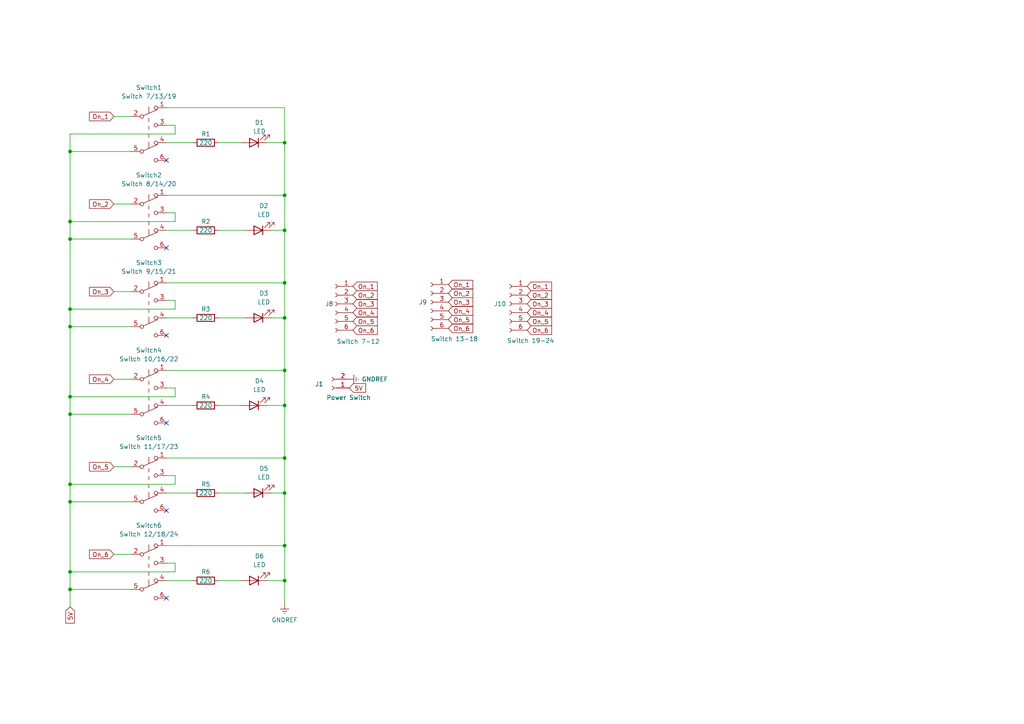
<source format=kicad_sch>
(kicad_sch (version 20230121) (generator eeschema)
  (paper "A4")
  (lib_symbols
    (symbol "Connector:Conn_01x02_Socket" (pin_names (offset 1.016) hide)
      (property "Reference" "J" (at 0 2.54 0))
      (property "Value" "Conn_01x02_Socket" (at 0 -5.08 0))
      (symbol "Conn_01x02_Socket_1_1"
        (arc (start 0 -2.032) (mid -0.5058 -2.54) (end 0 -3.048) (stroke (width 0.1524)))
        (polyline (pts (xy -1.27 -2.54) (xy -0.508 -2.54)) (stroke (width 0.1524)))
        (polyline (pts (xy -1.27 0) (xy -0.508 0)) (stroke (width 0.1524)))
        (arc (start 0 0.508) (mid -0.5058 0) (end 0 -0.508) (stroke (width 0.1524)))
        (pin passive line (at -5.08 0 0) (length 3.81) (name "Pin_1") (number "1"))
        (pin passive line (at -5.08 -2.54 0) (length 3.81) (name "Pin_2") (number "2"))
      )
    )
    (symbol "Connector:Conn_01x06_Socket" (pin_names (offset 1.016) hide)
      (property "Reference" "J" (at 0 7.62 0))
      (property "Value" "Conn_01x06_Socket" (at 0 -10.16 0))
      (symbol "Conn_01x06_Socket_1_1"
        (arc (start 0 -7.112) (mid -0.5058 -7.62) (end 0 -8.128) (stroke (width 0.1524)))
        (arc (start 0 -4.572) (mid -0.5058 -5.08) (end 0 -5.588) (stroke (width 0.1524)))
        (arc (start 0 -2.032) (mid -0.5058 -2.54) (end 0 -3.048) (stroke (width 0.1524)))
        (polyline (pts (xy -1.27 -7.62) (xy -0.508 -7.62)) (stroke (width 0.1524)))
        (polyline (pts (xy -1.27 -5.08) (xy -0.508 -5.08)) (stroke (width 0.1524)))
        (polyline (pts (xy -1.27 -2.54) (xy -0.508 -2.54)) (stroke (width 0.1524)))
        (polyline (pts (xy -1.27 0) (xy -0.508 0)) (stroke (width 0.1524)))
        (polyline (pts (xy -1.27 2.54) (xy -0.508 2.54)) (stroke (width 0.1524)))
        (polyline (pts (xy -1.27 5.08) (xy -0.508 5.08)) (stroke (width 0.1524)))
        (arc (start 0 0.508) (mid -0.5058 0) (end 0 -0.508) (stroke (width 0.1524)))
        (arc (start 0 3.048) (mid -0.5058 2.54) (end 0 2.032) (stroke (width 0.1524)))
        (arc (start 0 5.588) (mid -0.5058 5.08) (end 0 4.572) (stroke (width 0.1524)))
        (pin passive line (at -5.08 5.08 0) (length 3.81) (name "Pin_1") (number "1"))
        (pin passive line (at -5.08 2.54 0) (length 3.81) (name "Pin_2") (number "2"))
        (pin passive line (at -5.08 0 0) (length 3.81) (name "Pin_3") (number "3"))
        (pin passive line (at -5.08 -2.54 0) (length 3.81) (name "Pin_4") (number "4"))
        (pin passive line (at -5.08 -5.08 0) (length 3.81) (name "Pin_5") (number "5"))
        (pin passive line (at -5.08 -7.62 0) (length 3.81) (name "Pin_6") (number "6"))
      )
    )
    (symbol "Device:LED" (pin_numbers hide) (pin_names (offset 1.016) hide)
      (property "Reference" "D" (at 0 2.54 0))
      (property "Value" "LED" (at 0 -2.54 0))
      (symbol "LED_0_1"
        (polyline (pts (xy -1.27 -1.27) (xy -1.27 1.27)) (stroke (width 0.254)))
        (polyline (pts (xy -1.27 0) (xy 1.27 0)))
        (polyline (pts (xy 1.27 -1.27) (xy 1.27 1.27) (xy -1.27 0) (xy 1.27 -1.27)) (stroke (width 0.254)))
        (polyline (pts (xy -3.048 -0.762) (xy -4.572 -2.286) (xy -3.81 -2.286) (xy -4.572 -2.286) (xy -4.572 -1.524)))
        (polyline (pts (xy -1.778 -0.762) (xy -3.302 -2.286) (xy -2.54 -2.286) (xy -3.302 -2.286) (xy -3.302 -1.524)))
      )
      (symbol "LED_1_1"
        (pin passive line (at -3.81 0 0) (length 2.54) (name "K") (number "1"))
        (pin passive line (at 3.81 0 180) (length 2.54) (name "A") (number "2"))
      )
    )
    (symbol "Device:R" (pin_numbers hide) (pin_names (offset 0))
      (property "Reference" "R" (at 2.032 0 90))
      (property "Value" "R" (at 0 0 90))
      (symbol "R_0_1"
        (rectangle (start -1.016 -2.54) (end 1.016 2.54) (stroke (width 0.254)))
      )
      (symbol "R_1_1"
        (pin passive line (at 0 3.81 270) (length 1.27) (name "~") (number "1"))
        (pin passive line (at 0 -3.81 90) (length 1.27) (name "~") (number "2"))
      )
    )
    (symbol "Switch:SW_Push_DPDT" (pin_names (offset 0) hide)
      (property "Reference" "SW" (at 0 8.89 0))
      (property "Value" "SW_Push_DPDT" (at 0 -10.16 0))
      (symbol "SW_Push_DPDT_0_0"
        (circle (center -2.032 -5.08) (radius 0.508))
        (circle (center -2.032 5.08) (radius 0.508))
        (circle (center 2.032 -7.62) (radius 0.508))
        (circle (center 2.032 2.54) (radius 0.508))
      )
      (symbol "SW_Push_DPDT_0_1"
        (polyline (pts (xy -1.524 -4.826) (xy 2.54 -3.048)))
        (polyline (pts (xy -1.524 5.334) (xy 2.54 7.112)))
        (polyline (pts (xy 0 -2.286) (xy 0 -4.064)))
        (polyline (pts (xy 0 -1.016) (xy 0 0)))
        (polyline (pts (xy 0 1.27) (xy 0 2.286)))
        (polyline (pts (xy 0 3.556) (xy 0 4.572)))
        (polyline (pts (xy 0 7.874) (xy 0 6.096)))
        (circle (center 2.032 -2.54) (radius 0.508))
        (circle (center 2.032 7.62) (radius 0.508))
      )
      (symbol "SW_Push_DPDT_1_1"
        (pin passive line (at 5.08 7.62 180) (length 2.54) (name "A") (number "1"))
        (pin passive line (at -5.08 5.08 0) (length 2.54) (name "B") (number "2"))
        (pin passive line (at 5.08 2.54 180) (length 2.54) (name "C") (number "3"))
        (pin passive line (at 5.08 -2.54 180) (length 2.54) (name "A") (number "4"))
        (pin passive line (at -5.08 -5.08 0) (length 2.54) (name "B") (number "5"))
        (pin passive line (at 5.08 -7.62 180) (length 2.54) (name "C") (number "6"))
      )
    )
    (symbol "power:GNDREF" (power) (pin_names (offset 0))
      (property "Value" "GNDREF" (at 0 -3.81 0))
      (symbol "GNDREF_0_1"
        (polyline (pts (xy -0.635 -1.905) (xy 0.635 -1.905)))
        (polyline (pts (xy -0.127 -2.54) (xy 0.127 -2.54)))
        (polyline (pts (xy 0 -1.27) (xy 0 0)))
        (polyline (pts (xy 1.27 -1.27) (xy -1.27 -1.27)))
      )
      (symbol "GNDREF_1_1"
        (pin power_in line (at 0 0 270) (length 0) hide (name "GNDREF") (number "1"))
      )
    )
  )
  (junction (at 20.32 120.142))
  (junction (at 20.32 145.542))
  (junction (at 20.32 140.462))
  (junction (at 20.32 94.742))
  (junction (at 82.55 92.202))
  (junction (at 20.32 69.342))
  (junction (at 20.32 165.862))
  (junction (at 82.55 41.402))
  (junction (at 82.55 158.242))
  (junction (at 82.55 82.042))
  (junction (at 20.32 89.662))
  (junction (at 82.55 132.842))
  (junction (at 82.55 143.002))
  (junction (at 82.55 56.642))
  (junction (at 20.32 170.942))
  (junction (at 82.55 107.442))
  (junction (at 20.32 64.262))
  (junction (at 82.55 168.402))
  (junction (at 82.55 117.602))
  (junction (at 82.55 66.802))
  (junction (at 20.32 43.942))
  (junction (at 20.32 115.062))
  (no_connect (at 48.26 122.682))
  (no_connect (at 48.26 148.082))
  (no_connect (at 48.26 71.882))
  (no_connect (at 48.26 46.482))
  (no_connect (at 48.26 97.282))
  (no_connect (at 48.26 173.482))
  (wire (pts (xy 48.26 158.242) (xy 82.55 158.242)))
  (wire (pts (xy 33.02 33.782) (xy 38.1 33.782)))
  (wire (pts (xy 48.26 41.402) (xy 55.88 41.402)))
  (wire (pts (xy 63.5 41.402) (xy 69.85 41.402)))
  (wire (pts (xy 82.55 31.242) (xy 82.55 41.402)))
  (wire (pts (xy 48.26 36.322) (xy 50.8 36.322)))
  (wire (pts (xy 77.47 41.402) (xy 82.55 41.402)))
  (wire (pts (xy 48.26 112.522) (xy 50.8 112.522)))
  (wire (pts (xy 82.55 92.202) (xy 82.55 107.442)))
  (wire (pts (xy 63.5 143.002) (xy 71.12 143.002)))
  (wire (pts (xy 82.55 158.242) (xy 82.55 168.402)))
  (wire (pts (xy 20.32 69.342) (xy 38.1 69.342)))
  (wire (pts (xy 33.02 135.382) (xy 38.1 135.382)))
  (wire (pts (xy 48.26 117.602) (xy 55.88 117.602)))
  (wire (pts (xy 50.8 36.322) (xy 50.8 38.862)))
  (wire (pts (xy 20.32 140.462) (xy 50.8 140.462)))
  (wire (pts (xy 78.74 66.802) (xy 82.55 66.802)))
  (wire (pts (xy 48.26 82.042) (xy 82.55 82.042)))
  (wire (pts (xy 50.8 112.522) (xy 50.8 115.062)))
  (wire (pts (xy 20.32 94.742) (xy 38.1 94.742)))
  (wire (pts (xy 48.26 56.642) (xy 82.55 56.642)))
  (wire (pts (xy 20.32 120.142) (xy 20.32 140.462)))
  (wire (pts (xy 78.74 143.002) (xy 82.55 143.002)))
  (wire (pts (xy 20.32 94.742) (xy 20.32 115.062)))
  (wire (pts (xy 50.8 87.122) (xy 50.8 89.662)))
  (wire (pts (xy 20.32 89.662) (xy 50.8 89.662)))
  (wire (pts (xy 82.55 117.602) (xy 82.55 132.842)))
  (wire (pts (xy 33.02 109.982) (xy 38.1 109.982)))
  (wire (pts (xy 48.26 132.842) (xy 82.55 132.842)))
  (wire (pts (xy 48.26 66.802) (xy 55.88 66.802)))
  (wire (pts (xy 50.8 61.722) (xy 50.8 64.262)))
  (wire (pts (xy 82.55 56.642) (xy 82.55 66.802)))
  (wire (pts (xy 50.8 137.922) (xy 50.8 140.462)))
  (wire (pts (xy 82.55 143.002) (xy 82.55 158.242)))
  (wire (pts (xy 20.32 64.262) (xy 50.8 64.262)))
  (wire (pts (xy 78.74 92.202) (xy 82.55 92.202)))
  (wire (pts (xy 82.55 41.402) (xy 82.55 56.642)))
  (wire (pts (xy 48.26 137.922) (xy 50.8 137.922)))
  (wire (pts (xy 20.32 115.062) (xy 50.8 115.062)))
  (wire (pts (xy 33.02 84.582) (xy 38.1 84.582)))
  (wire (pts (xy 33.02 59.182) (xy 38.1 59.182)))
  (wire (pts (xy 20.32 64.262) (xy 20.32 69.342)))
  (wire (pts (xy 82.55 82.042) (xy 82.55 92.202)))
  (wire (pts (xy 48.26 61.722) (xy 50.8 61.722)))
  (wire (pts (xy 48.26 168.402) (xy 55.88 168.402)))
  (wire (pts (xy 63.5 168.402) (xy 69.85 168.402)))
  (wire (pts (xy 20.32 115.062) (xy 20.32 120.142)))
  (wire (pts (xy 77.47 168.402) (xy 82.55 168.402)))
  (wire (pts (xy 20.32 140.462) (xy 20.32 145.542)))
  (wire (pts (xy 38.1 43.942) (xy 20.32 43.942)))
  (wire (pts (xy 20.32 165.862) (xy 50.8 165.862)))
  (wire (pts (xy 20.32 89.662) (xy 20.32 94.742)))
  (wire (pts (xy 48.26 92.202) (xy 55.88 92.202)))
  (wire (pts (xy 20.32 170.942) (xy 38.1 170.942)))
  (wire (pts (xy 48.26 163.322) (xy 50.8 163.322)))
  (wire (pts (xy 20.32 120.142) (xy 38.1 120.142)))
  (wire (pts (xy 20.32 165.862) (xy 20.32 170.942)))
  (wire (pts (xy 63.5 66.802) (xy 71.12 66.802)))
  (wire (pts (xy 77.47 117.602) (xy 82.55 117.602)))
  (wire (pts (xy 20.32 145.542) (xy 20.32 165.862)))
  (wire (pts (xy 20.32 170.942) (xy 20.32 176.022)))
  (wire (pts (xy 63.5 92.202) (xy 71.12 92.202)))
  (wire (pts (xy 50.8 163.322) (xy 50.8 165.862)))
  (wire (pts (xy 48.26 87.122) (xy 50.8 87.122)))
  (wire (pts (xy 48.26 31.242) (xy 82.55 31.242)))
  (wire (pts (xy 20.32 145.542) (xy 38.1 145.542)))
  (wire (pts (xy 82.55 66.802) (xy 82.55 82.042)))
  (wire (pts (xy 63.5 117.602) (xy 69.85 117.602)))
  (wire (pts (xy 20.32 38.862) (xy 20.32 43.942)))
  (wire (pts (xy 48.26 107.442) (xy 82.55 107.442)))
  (wire (pts (xy 20.32 43.942) (xy 20.32 64.262)))
  (wire (pts (xy 20.32 69.342) (xy 20.32 89.662)))
  (wire (pts (xy 82.55 132.842) (xy 82.55 143.002)))
  (wire (pts (xy 33.02 160.782) (xy 38.1 160.782)))
  (wire (pts (xy 20.32 38.862) (xy 50.8 38.862)))
  (wire (pts (xy 48.26 143.002) (xy 55.88 143.002)))
  (wire (pts (xy 82.55 168.402) (xy 82.55 175.387)))
  (wire (pts (xy 82.55 107.442) (xy 82.55 117.602)))
  (global_label "On_2" (shape input) (at 152.908 85.598 0) (property "Intersheetrefs" "${INTERSHEET_REFS}" (effects hide)))
  (global_label "5V" (shape input) (at 20.32 176.022 270) (property "Intersheetrefs" "${INTERSHEET_REFS}" (effects hide)))
  (global_label "On_2" (shape input) (at 130.048 85.09 0) (property "Intersheetrefs" "${INTERSHEET_REFS}" (effects hide)))
  (global_label "On_4" (shape input) (at 33.02 109.982 180) (property "Intersheetrefs" "${INTERSHEET_REFS}" (effects hide)))
  (global_label "On_6" (shape input) (at 102.362 95.758 0) (property "Intersheetrefs" "${INTERSHEET_REFS}" (effects hide)))
  (global_label "On_3" (shape input) (at 33.02 84.582 180) (property "Intersheetrefs" "${INTERSHEET_REFS}" (effects hide)))
  (global_label "On_4" (shape input) (at 130.048 90.17 0) (property "Intersheetrefs" "${INTERSHEET_REFS}" (effects hide)))
  (global_label "On_6" (shape input) (at 152.908 95.758 0) (property "Intersheetrefs" "${INTERSHEET_REFS}" (effects hide)))
  (global_label "On_1" (shape input) (at 152.908 83.058 0) (property "Intersheetrefs" "${INTERSHEET_REFS}" (effects hide)))
  (global_label "On_6" (shape input) (at 33.02 160.782 180) (property "Intersheetrefs" "${INTERSHEET_REFS}" (effects hide)))
  (global_label "On_1" (shape input) (at 33.02 33.782 180) (property "Intersheetrefs" "${INTERSHEET_REFS}" (effects hide)))
  (global_label "On_1" (shape input) (at 102.362 83.058 0) (property "Intersheetrefs" "${INTERSHEET_REFS}" (effects hide)))
  (global_label "On_4" (shape input) (at 102.362 90.678 0) (property "Intersheetrefs" "${INTERSHEET_REFS}" (effects hide)))
  (global_label "5V" (shape input) (at 101.346 112.522 0) (property "Intersheetrefs" "${INTERSHEET_REFS}" (effects hide)))
  (global_label "On_5" (shape input) (at 130.048 92.71 0) (property "Intersheetrefs" "${INTERSHEET_REFS}" (effects hide)))
  (global_label "On_5" (shape input) (at 102.362 93.218 0) (property "Intersheetrefs" "${INTERSHEET_REFS}" (effects hide)))
  (global_label "On_6" (shape input) (at 130.048 95.25 0) (property "Intersheetrefs" "${INTERSHEET_REFS}" (effects hide)))
  (global_label "On_2" (shape input) (at 33.02 59.182 180) (property "Intersheetrefs" "${INTERSHEET_REFS}" (effects hide)))
  (global_label "On_5" (shape input) (at 33.02 135.382 180) (property "Intersheetrefs" "${INTERSHEET_REFS}" (effects hide)))
  (global_label "On_1" (shape input) (at 130.048 82.55 0) (property "Intersheetrefs" "${INTERSHEET_REFS}" (effects hide)))
  (global_label "On_3" (shape input) (at 130.048 87.63 0) (property "Intersheetrefs" "${INTERSHEET_REFS}" (effects hide)))
  (global_label "On_4" (shape input) (at 152.908 90.678 0) (property "Intersheetrefs" "${INTERSHEET_REFS}" (effects hide)))
  (global_label "On_3" (shape input) (at 152.908 88.138 0) (property "Intersheetrefs" "${INTERSHEET_REFS}" (effects hide)))
  (global_label "On_3" (shape input) (at 102.362 88.138 0) (property "Intersheetrefs" "${INTERSHEET_REFS}" (effects hide)))
  (global_label "On_2" (shape input) (at 102.362 85.598 0) (property "Intersheetrefs" "${INTERSHEET_REFS}" (effects hide)))
  (global_label "On_5" (shape input) (at 152.908 93.218 0) (property "Intersheetrefs" "${INTERSHEET_REFS}" (effects hide)))
  (symbol (lib_id "Device:R") (at 59.69 168.402 90) (unit 1)
    (property "Reference" "R6" (at 59.69 165.862 90))
    (property "Value" "220" (at 59.69 168.402 90))
    (property "Footprint" "Resistor_THT:R_Axial_DIN0309_L9.0mm_D3.2mm_P15.24mm_Horizontal" (effects hide))
  )
  (symbol (lib_id "Switch:SW_Push_DPDT") (at 43.18 140.462 0) (unit 1)
    (property "Reference" "Switch5" (at 43.18 127 0))
    (property "Value" "Switch 11/17/23" (at 43.18 129.54 0))
    (property "Footprint" "Maxime:maxi_DPDT_Angled" (effects hide))
  )
  (symbol (lib_id "Device:R") (at 59.69 92.202 90) (unit 1)
    (property "Reference" "R3" (at 59.69 89.662 90))
    (property "Value" "220" (at 59.69 92.202 90))
    (property "Footprint" "Resistor_THT:R_Axial_DIN0309_L9.0mm_D3.2mm_P15.24mm_Horizontal" (effects hide))
  )
  (symbol (lib_id "Connector:Conn_01x02_Socket") (at 96.266 112.522 180) (unit 1)
    (property "Reference" "J1" (at 92.583 111.379 0))
    (property "Value" "Power Switch " (at 101.6 115.316 0))
    (property "Footprint" "Connector_JST:JST_XH_B2B-XH-A_1x02_P2.50mm_Vertical" (effects hide))
  )
  (symbol (lib_id "power:GNDREF") (at 101.346 109.982 90) (unit 1)
    (property "Reference" "#PWR02" (effects hide))
    (property "Value" "GNDREF" (at 108.712 109.982 90))
  )
  (symbol (lib_id "Device:LED") (at 74.93 92.202 180) (unit 1)
    (property "Reference" "D3" (at 76.5175 85.09 0))
    (property "Value" "LED" (at 76.5175 87.63 0))
    (property "Footprint" "LED_THT:LED_D3.0mm" (effects hide))
  )
  (symbol (lib_id "Switch:SW_Push_DPDT") (at 43.18 64.262 0) (unit 1)
    (property "Reference" "Switch2" (at 43.18 50.8 0))
    (property "Value" "Switch 8/14/20" (at 43.18 53.34 0))
    (property "Footprint" "Maxime:maxi_DPDT_Angled" (effects hide))
  )
  (symbol (lib_id "Device:LED") (at 73.66 41.402 180) (unit 1)
    (property "Reference" "D1" (at 75.2475 35.5432 0))
    (property "Value" "LED" (at 75.2475 38.0801 0))
    (property "Footprint" "LED_THT:LED_D3.0mm" (effects hide))
  )
  (symbol (lib_id "Device:R") (at 59.69 143.002 90) (unit 1)
    (property "Reference" "R5" (at 59.69 140.462 90))
    (property "Value" "220" (at 59.69 143.002 90))
    (property "Footprint" "Resistor_THT:R_Axial_DIN0309_L9.0mm_D3.2mm_P15.24mm_Horizontal" (effects hide))
  )
  (symbol (lib_id "Device:LED") (at 74.93 143.002 180) (unit 1)
    (property "Reference" "D5" (at 76.5175 135.89 0))
    (property "Value" "LED" (at 76.5175 138.43 0))
    (property "Footprint" "LED_THT:LED_D3.0mm" (effects hide))
  )
  (symbol (lib_id "Connector:Conn_01x06_Socket") (at 124.968 87.63 0) (mirror y) (unit 1)
    (property "Reference" "J9" (at 122.682 87.63 0))
    (property "Value" "Switch 13-18" (at 131.826 98.298 0))
    (property "Footprint" "Connector_JST:JST_XH_B6B-XH-A_1x06_P2.50mm_Vertical" (effects hide))
  )
  (symbol (lib_id "Switch:SW_Push_DPDT") (at 43.18 115.062 0) (unit 1)
    (property "Reference" "Switch4" (at 43.18 101.6 0))
    (property "Value" "Switch 10/16/22" (at 43.18 104.14 0))
    (property "Footprint" "Maxime:maxi_DPDT_Angled" (effects hide))
  )
  (symbol (lib_id "Device:R") (at 59.69 117.602 90) (unit 1)
    (property "Reference" "R4" (at 59.69 115.062 90))
    (property "Value" "220" (at 59.69 117.602 90))
    (property "Footprint" "Resistor_THT:R_Axial_DIN0309_L9.0mm_D3.2mm_P15.24mm_Horizontal" (effects hide))
  )
  (symbol (lib_id "Switch:SW_Push_DPDT") (at 43.18 165.862 0) (unit 1)
    (property "Reference" "Switch6" (at 43.18 152.4 0))
    (property "Value" "Switch 12/18/24" (at 43.18 154.94 0))
    (property "Footprint" "Maxime:maxi_DPDT_Angled" (effects hide))
  )
  (symbol (lib_id "Device:R") (at 59.69 41.402 90) (unit 1)
    (property "Reference" "R1" (at 59.69 38.862 90))
    (property "Value" "220" (at 59.69 41.402 90))
    (property "Footprint" "Resistor_THT:R_Axial_DIN0309_L9.0mm_D3.2mm_P15.24mm_Horizontal" (effects hide))
  )
  (symbol (lib_id "Connector:Conn_01x06_Socket") (at 97.282 88.138 0) (mirror y) (unit 1)
    (property "Reference" "J8" (at 95.504 88.138 0))
    (property "Value" "Switch 7-12" (at 103.886 99.06 0))
    (property "Footprint" "Connector_JST:JST_XH_B6B-XH-A_1x06_P2.50mm_Vertical" (effects hide))
  )
  (symbol (lib_id "Switch:SW_Push_DPDT") (at 43.18 38.862 0) (unit 1)
    (property "Reference" "Switch1" (at 43.18 25.4 0))
    (property "Value" "Switch 7/13/19" (at 43.18 27.94 0))
    (property "Footprint" "Maxime:maxi_DPDT_Angled" (effects hide))
  )
  (symbol (lib_id "Device:LED") (at 74.93 66.802 180) (unit 1)
    (property "Reference" "D2" (at 76.5175 59.69 0))
    (property "Value" "LED" (at 76.5175 62.23 0))
    (property "Footprint" "LED_THT:LED_D3.0mm" (effects hide))
  )
  (symbol (lib_id "power:GNDREF") (at 82.55 175.387 0) (unit 1)
    (property "Reference" "#PWR01" (effects hide))
    (property "Value" "GNDREF" (at 82.55 179.8304 0))
  )
  (symbol (lib_id "Device:R") (at 59.69 66.802 90) (unit 1)
    (property "Reference" "R2" (at 59.69 64.262 90))
    (property "Value" "220" (at 59.69 66.802 90))
    (property "Footprint" "Resistor_THT:R_Axial_DIN0309_L9.0mm_D3.2mm_P15.24mm_Horizontal" (effects hide))
  )
  (symbol (lib_id "Device:LED") (at 73.66 117.602 180) (unit 1)
    (property "Reference" "D4" (at 75.2475 110.49 0))
    (property "Value" "LED" (at 75.2475 113.03 0))
    (property "Footprint" "LED_THT:LED_D3.0mm" (effects hide))
  )
  (symbol (lib_id "Device:LED") (at 73.66 168.402 180) (unit 1)
    (property "Reference" "D6" (at 75.2475 161.29 0))
    (property "Value" "LED" (at 75.2475 163.83 0))
    (property "Footprint" "LED_THT:LED_D3.0mm" (effects hide))
  )
  (symbol (lib_id "Switch:SW_Push_DPDT") (at 43.18 89.662 0) (unit 1)
    (property "Reference" "Switch3" (at 43.18 76.2 0))
    (property "Value" "Switch 9/15/21" (at 43.18 78.74 0))
    (property "Footprint" "Maxime:maxi_DPDT_Angled" (effects hide))
  )
  (symbol (lib_id "Connector:Conn_01x06_Socket") (at 147.828 88.138 0) (mirror y) (unit 1)
    (property "Reference" "J10" (at 145.034 88.138 0))
    (property "Value" "Switch 19-24" (at 153.924 98.806 0))
    (property "Footprint" "Connector_JST:JST_XH_B6B-XH-A_1x06_P2.50mm_Vertical" (effects hide))
  )
)
</source>
